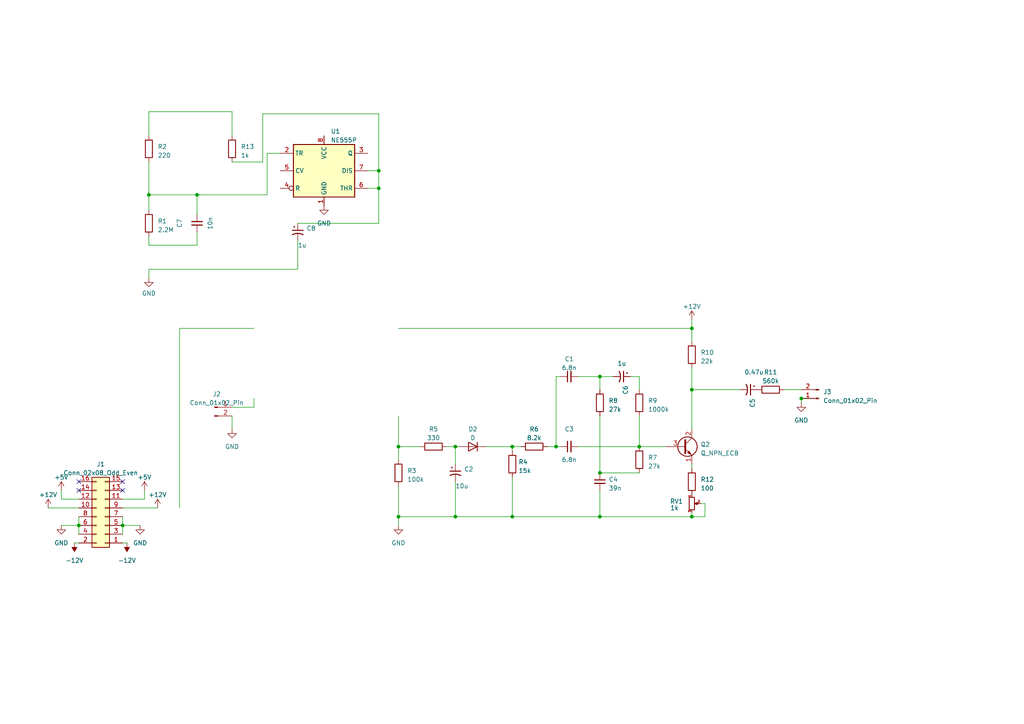
<source format=kicad_sch>
(kicad_sch (version 20230121) (generator eeschema)
  (paper "A4")
  (lib_symbols
    (symbol "Connector:Conn_01x02_Pin" (pin_names (offset 1.016) hide)
      (property "Reference" "J" (at 0 2.54 0))
      (property "Value" "Conn_01x02_Pin" (at 0 -5.08 0))
      (symbol "Conn_01x02_Pin_1_1"
        (polyline (pts (xy 1.27 -2.54) (xy 0.8636 -2.54)) (stroke (width 0.1524)))
        (polyline (pts (xy 1.27 0) (xy 0.8636 0)) (stroke (width 0.1524)))
        (rectangle (start 0.8636 -2.413) (end 0 -2.667) (stroke (width 0.1524)) (fill (type outline)))
        (rectangle (start 0.8636 0.127) (end 0 -0.127) (stroke (width 0.1524)) (fill (type outline)))
        (pin passive line (at 5.08 0 180) (length 3.81) (name "Pin_1") (number "1"))
        (pin passive line (at 5.08 -2.54 180) (length 3.81) (name "Pin_2") (number "2"))
      )
    )
    (symbol "Connector_Generic:Conn_02x08_Odd_Even" (pin_names (offset 1.016) hide)
      (property "Reference" "J" (at 1.27 10.16 0))
      (property "Value" "Conn_02x08_Odd_Even" (at 1.27 -12.7 0))
      (symbol "Conn_02x08_Odd_Even_1_1"
        (rectangle (start -1.27 -10.033) (end 0 -10.287) (stroke (width 0.1524)))
        (rectangle (start -1.27 -7.493) (end 0 -7.747) (stroke (width 0.1524)))
        (rectangle (start -1.27 -4.953) (end 0 -5.207) (stroke (width 0.1524)))
        (rectangle (start -1.27 -2.413) (end 0 -2.667) (stroke (width 0.1524)))
        (rectangle (start -1.27 0.127) (end 0 -0.127) (stroke (width 0.1524)))
        (rectangle (start -1.27 2.667) (end 0 2.413) (stroke (width 0.1524)))
        (rectangle (start -1.27 5.207) (end 0 4.953) (stroke (width 0.1524)))
        (rectangle (start -1.27 7.747) (end 0 7.493) (stroke (width 0.1524)))
        (rectangle (start -1.27 8.89) (end 3.81 -11.43) (stroke (width 0.254)) (fill (type background)))
        (rectangle (start 3.81 -10.033) (end 2.54 -10.287) (stroke (width 0.1524)))
        (rectangle (start 3.81 -7.493) (end 2.54 -7.747) (stroke (width 0.1524)))
        (rectangle (start 3.81 -4.953) (end 2.54 -5.207) (stroke (width 0.1524)))
        (rectangle (start 3.81 -2.413) (end 2.54 -2.667) (stroke (width 0.1524)))
        (rectangle (start 3.81 0.127) (end 2.54 -0.127) (stroke (width 0.1524)))
        (rectangle (start 3.81 2.667) (end 2.54 2.413) (stroke (width 0.1524)))
        (rectangle (start 3.81 5.207) (end 2.54 4.953) (stroke (width 0.1524)))
        (rectangle (start 3.81 7.747) (end 2.54 7.493) (stroke (width 0.1524)))
        (pin passive line (at -5.08 7.62 0) (length 3.81) (name "Pin_1") (number "1"))
        (pin passive line (at 7.62 -2.54 180) (length 3.81) (name "Pin_10") (number "10"))
        (pin passive line (at -5.08 -5.08 0) (length 3.81) (name "Pin_11") (number "11"))
        (pin passive line (at 7.62 -5.08 180) (length 3.81) (name "Pin_12") (number "12"))
        (pin passive line (at -5.08 -7.62 0) (length 3.81) (name "Pin_13") (number "13"))
        (pin passive line (at 7.62 -7.62 180) (length 3.81) (name "Pin_14") (number "14"))
        (pin passive line (at -5.08 -10.16 0) (length 3.81) (name "Pin_15") (number "15"))
        (pin passive line (at 7.62 -10.16 180) (length 3.81) (name "Pin_16") (number "16"))
        (pin passive line (at 7.62 7.62 180) (length 3.81) (name "Pin_2") (number "2"))
        (pin passive line (at -5.08 5.08 0) (length 3.81) (name "Pin_3") (number "3"))
        (pin passive line (at 7.62 5.08 180) (length 3.81) (name "Pin_4") (number "4"))
        (pin passive line (at -5.08 2.54 0) (length 3.81) (name "Pin_5") (number "5"))
        (pin passive line (at 7.62 2.54 180) (length 3.81) (name "Pin_6") (number "6"))
        (pin passive line (at -5.08 0 0) (length 3.81) (name "Pin_7") (number "7"))
        (pin passive line (at 7.62 0 180) (length 3.81) (name "Pin_8") (number "8"))
        (pin passive line (at -5.08 -2.54 0) (length 3.81) (name "Pin_9") (number "9"))
      )
    )
    (symbol "Device:C_Polarized_Small_US" (pin_numbers hide) (pin_names (offset 0.254) hide)
      (property "Reference" "C" (at 0.254 1.778 0))
      (property "Value" "C_Polarized_Small_US" (at 0.254 -2.032 0))
      (symbol "C_Polarized_Small_US_0_1"
        (polyline (pts (xy -1.524 0.508) (xy 1.524 0.508)) (stroke (width 0.3048)))
        (polyline (pts (xy -1.27 1.524) (xy -0.762 1.524)))
        (polyline (pts (xy -1.016 1.27) (xy -1.016 1.778)))
        (arc (start 1.524 -0.762) (mid 0 -0.3734) (end -1.524 -0.762) (stroke (width 0.3048)))
      )
      (symbol "C_Polarized_Small_US_1_1"
        (pin passive line (at 0 2.54 270) (length 2.032) (name "~") (number "1"))
        (pin passive line (at 0 -2.54 90) (length 2.032) (name "~") (number "2"))
      )
    )
    (symbol "Device:C_Small" (pin_numbers hide) (pin_names (offset 0.254) hide)
      (property "Reference" "C" (at 0.254 1.778 0))
      (property "Value" "C_Small" (at 0.254 -2.032 0))
      (symbol "C_Small_0_1"
        (polyline (pts (xy -1.524 -0.508) (xy 1.524 -0.508)) (stroke (width 0.3302)))
        (polyline (pts (xy -1.524 0.508) (xy 1.524 0.508)) (stroke (width 0.3048)))
      )
      (symbol "C_Small_1_1"
        (pin passive line (at 0 2.54 270) (length 2.032) (name "~") (number "1"))
        (pin passive line (at 0 -2.54 90) (length 2.032) (name "~") (number "2"))
      )
    )
    (symbol "Device:D" (pin_numbers hide) (pin_names (offset 1.016) hide)
      (property "Reference" "D" (at 0 2.54 0))
      (property "Value" "D" (at 0 -2.54 0))
      (symbol "D_0_1"
        (polyline (pts (xy -1.27 1.27) (xy -1.27 -1.27)) (stroke (width 0.254)))
        (polyline (pts (xy 1.27 0) (xy -1.27 0)))
        (polyline (pts (xy 1.27 1.27) (xy 1.27 -1.27) (xy -1.27 0) (xy 1.27 1.27)) (stroke (width 0.254)))
      )
      (symbol "D_1_1"
        (pin passive line (at -3.81 0 0) (length 2.54) (name "K") (number "1"))
        (pin passive line (at 3.81 0 180) (length 2.54) (name "A") (number "2"))
      )
    )
    (symbol "Device:Q_NPN_ECB" (pin_names (offset 0) hide)
      (property "Reference" "Q" (at 5.08 1.27 0))
      (property "Value" "Q_NPN_ECB" (at 5.08 -1.27 0))
      (symbol "Q_NPN_ECB_0_1"
        (polyline (pts (xy 0.635 0.635) (xy 2.54 2.54)))
        (polyline (pts (xy 0.635 -0.635) (xy 2.54 -2.54) (xy 2.54 -2.54)))
        (polyline (pts (xy 0.635 1.905) (xy 0.635 -1.905) (xy 0.635 -1.905)) (stroke (width 0.508)))
        (polyline (pts (xy 1.27 -1.778) (xy 1.778 -1.27) (xy 2.286 -2.286) (xy 1.27 -1.778) (xy 1.27 -1.778)) (fill (type outline)))
        (circle (center 1.27 0) (radius 2.8194) (stroke (width 0.254)))
      )
      (symbol "Q_NPN_ECB_1_1"
        (pin passive line (at 2.54 -5.08 90) (length 2.54) (name "E") (number "1"))
        (pin passive line (at 2.54 5.08 270) (length 2.54) (name "C") (number "2"))
        (pin passive line (at -5.08 0 0) (length 5.715) (name "B") (number "3"))
      )
    )
    (symbol "Device:R" (pin_numbers hide) (pin_names (offset 0))
      (property "Reference" "R" (at 2.032 0 90))
      (property "Value" "R" (at 0 0 90))
      (symbol "R_0_1"
        (rectangle (start -1.016 -2.54) (end 1.016 2.54) (stroke (width 0.254)))
      )
      (symbol "R_1_1"
        (pin passive line (at 0 3.81 270) (length 1.27) (name "~") (number "1"))
        (pin passive line (at 0 -3.81 90) (length 1.27) (name "~") (number "2"))
      )
    )
    (symbol "Device:R_Potentiometer_Small" (pin_names (offset 1.016) hide)
      (property "Reference" "RV" (at -4.445 0 90))
      (property "Value" "R_Potentiometer_Small" (at -2.54 0 90))
      (symbol "R_Potentiometer_Small_0_1"
        (polyline (pts (xy 0.889 0) (xy 0.635 0) (xy 1.651 0.381) (xy 1.651 -0.381) (xy 0.635 0) (xy 0.889 0)) (fill (type outline)))
        (rectangle (start 0.762 1.8034) (end -0.762 -1.8034) (stroke (width 0.254)))
      )
      (symbol "R_Potentiometer_Small_1_1"
        (pin passive line (at 0 2.54 270) (length 0.635) (name "1") (number "1"))
        (pin passive line (at 2.54 0 180) (length 0.9906) (name "2") (number "2"))
        (pin passive line (at 0 -2.54 90) (length 0.635) (name "3") (number "3"))
      )
    )
    (symbol "Timer:NE555P"
      (property "Reference" "U" (at -10.16 8.89 0))
      (property "Value" "NE555P" (at 2.54 8.89 0))
      (symbol "NE555P_0_0"
        (pin power_in line (at 0 -10.16 90) (length 2.54) (name "GND") (number "1"))
        (pin power_in line (at 0 10.16 270) (length 2.54) (name "VCC") (number "8"))
      )
      (symbol "NE555P_0_1"
        (rectangle (start -8.89 -7.62) (end 8.89 7.62) (stroke (width 0.254)) (fill (type background)))
        (rectangle (start -8.89 -7.62) (end 8.89 7.62) (stroke (width 0.254)) (fill (type background)))
      )
      (symbol "NE555P_1_1"
        (pin input line (at -12.7 5.08 0) (length 3.81) (name "TR") (number "2"))
        (pin output line (at 12.7 5.08 180) (length 3.81) (name "Q") (number "3"))
        (pin input inverted (at -12.7 -5.08 0) (length 3.81) (name "R") (number "4"))
        (pin input line (at -12.7 0 0) (length 3.81) (name "CV") (number "5"))
        (pin input line (at 12.7 -5.08 180) (length 3.81) (name "THR") (number "6"))
        (pin input line (at 12.7 0 180) (length 3.81) (name "DIS") (number "7"))
      )
    )
    (symbol "power:+12V" (power) (pin_names (offset 0))
      (property "Value" "+12V" (at 0 3.556 0))
      (symbol "+12V_0_1"
        (polyline (pts (xy -0.762 1.27) (xy 0 2.54)))
        (polyline (pts (xy 0 0) (xy 0 2.54)))
        (polyline (pts (xy 0 2.54) (xy 0.762 1.27)))
      )
      (symbol "+12V_1_1"
        (pin power_in line (at 0 0 90) (length 0) hide (name "+12V") (number "1"))
      )
    )
    (symbol "power:+5V" (power) (pin_names (offset 0))
      (property "Value" "+5V" (at 0 3.556 0))
      (symbol "+5V_0_1"
        (polyline (pts (xy -0.762 1.27) (xy 0 2.54)))
        (polyline (pts (xy 0 0) (xy 0 2.54)))
        (polyline (pts (xy 0 2.54) (xy 0.762 1.27)))
      )
      (symbol "+5V_1_1"
        (pin power_in line (at 0 0 90) (length 0) hide (name "+5V") (number "1"))
      )
    )
    (symbol "power:-12V" (power) (pin_names (offset 0))
      (property "Value" "-12V" (at 0 3.81 0))
      (symbol "-12V_0_0"
        (pin power_in line (at 0 0 90) (length 0) hide (name "-12V") (number "1"))
      )
      (symbol "-12V_0_1"
        (polyline (pts (xy 0 0) (xy 0 1.27) (xy 0.762 1.27) (xy 0 2.54) (xy -0.762 1.27) (xy 0 1.27)) (fill (type outline)))
      )
    )
    (symbol "power:GND" (power) (pin_names (offset 0))
      (property "Value" "GND" (at 0 -3.81 0))
      (symbol "GND_0_1"
        (polyline (pts (xy 0 0) (xy 0 -1.27) (xy 1.27 -1.27) (xy 0 -2.54) (xy -1.27 -1.27) (xy 0 -1.27)))
      )
      (symbol "GND_1_1"
        (pin power_in line (at 0 0 270) (length 0) hide (name "GND") (number "1"))
      )
    )
  )
  (junction (at 148.59 129.54))
  (junction (at 115.57 149.86))
  (junction (at 148.59 149.86))
  (junction (at 35.56 152.4))
  (junction (at 115.57 129.54))
  (junction (at 109.855 54.61))
  (junction (at 173.99 109.22))
  (junction (at 109.855 49.53))
  (junction (at 200.66 149.86))
  (junction (at 22.86 152.4))
  (junction (at 173.99 137.16))
  (junction (at 132.08 129.54))
  (junction (at 200.66 113.03))
  (junction (at 200.66 95.25))
  (junction (at 43.18 56.515))
  (junction (at 173.99 149.86))
  (junction (at 232.41 115.57))
  (junction (at 185.42 129.54))
  (junction (at 161.29 129.54))
  (junction (at 132.08 149.86))
  (junction (at 57.15 56.515))
  (no_connect (at 22.86 139.7))
  (no_connect (at 35.56 139.7))
  (no_connect (at 35.56 142.24))
  (no_connect (at 22.86 142.24))
  (wire (pts (xy 43.18 46.99) (xy 43.18 56.515)))
  (wire (pts (xy 234.95 115.57) (xy 232.41 115.57)))
  (wire (pts (xy 203.2 146.05) (xy 204.47 146.05)))
  (wire (pts (xy 43.18 32.385) (xy 67.31 32.385)))
  (wire (pts (xy 132.08 139.7) (xy 132.08 149.86)))
  (wire (pts (xy 22.86 152.4) (xy 22.86 154.94)))
  (wire (pts (xy 173.99 109.22) (xy 177.8 109.22)))
  (wire (pts (xy 140.97 129.54) (xy 148.59 129.54)))
  (wire (pts (xy 77.47 56.515) (xy 77.47 44.45)))
  (wire (pts (xy 148.59 149.86) (xy 173.99 149.86)))
  (wire (pts (xy 109.855 33.02) (xy 109.855 49.53)))
  (wire (pts (xy 148.59 138.43) (xy 148.59 149.86)))
  (wire (pts (xy 73.66 118.11) (xy 73.66 115.57)))
  (wire (pts (xy 17.78 144.78) (xy 22.86 144.78)))
  (wire (pts (xy 21.59 157.48) (xy 22.86 157.48)))
  (wire (pts (xy 115.57 120.65) (xy 115.57 129.54)))
  (wire (pts (xy 13.97 147.32) (xy 22.86 147.32)))
  (wire (pts (xy 173.99 113.03) (xy 173.99 109.22)))
  (wire (pts (xy 173.99 120.65) (xy 173.99 137.16)))
  (wire (pts (xy 132.08 149.86) (xy 148.59 149.86)))
  (wire (pts (xy 132.08 129.54) (xy 133.35 129.54)))
  (wire (pts (xy 161.29 109.22) (xy 162.56 109.22)))
  (wire (pts (xy 86.36 78.105) (xy 43.18 78.105)))
  (wire (pts (xy 158.75 129.54) (xy 161.29 129.54)))
  (wire (pts (xy 115.57 149.86) (xy 115.57 152.4)))
  (wire (pts (xy 77.47 44.45) (xy 81.28 44.45)))
  (wire (pts (xy 185.42 109.22) (xy 185.42 113.03)))
  (wire (pts (xy 57.15 67.31) (xy 57.15 71.12)))
  (wire (pts (xy 200.66 148.59) (xy 200.66 149.86)))
  (wire (pts (xy 161.29 129.54) (xy 162.56 129.54)))
  (wire (pts (xy 200.66 113.03) (xy 214.63 113.03)))
  (wire (pts (xy 115.57 95.25) (xy 200.66 95.25)))
  (wire (pts (xy 35.56 147.32) (xy 45.72 147.32)))
  (wire (pts (xy 173.99 137.16) (xy 185.42 137.16)))
  (wire (pts (xy 109.855 49.53) (xy 109.855 54.61)))
  (wire (pts (xy 167.64 109.22) (xy 173.99 109.22)))
  (wire (pts (xy 67.31 32.385) (xy 67.31 39.37)))
  (wire (pts (xy 148.59 129.54) (xy 151.13 129.54)))
  (wire (pts (xy 57.15 71.12) (xy 43.18 71.12)))
  (wire (pts (xy 22.86 149.86) (xy 22.86 152.4)))
  (wire (pts (xy 200.66 113.03) (xy 200.66 124.46)))
  (wire (pts (xy 43.18 78.105) (xy 43.18 80.645)))
  (wire (pts (xy 200.66 134.62) (xy 200.66 135.89)))
  (wire (pts (xy 76.2 46.99) (xy 76.2 33.02)))
  (wire (pts (xy 76.2 33.02) (xy 109.855 33.02)))
  (wire (pts (xy 43.18 56.515) (xy 43.18 60.96)))
  (wire (pts (xy 17.78 152.4) (xy 22.86 152.4)))
  (wire (pts (xy 57.15 62.23) (xy 57.15 56.515)))
  (wire (pts (xy 52.07 95.25) (xy 73.66 95.25)))
  (wire (pts (xy 109.855 54.61) (xy 109.855 64.77)))
  (wire (pts (xy 35.56 152.4) (xy 40.64 152.4)))
  (wire (pts (xy 115.57 133.35) (xy 115.57 129.54)))
  (wire (pts (xy 43.18 68.58) (xy 43.18 71.12)))
  (wire (pts (xy 204.47 149.86) (xy 204.47 146.05)))
  (wire (pts (xy 132.08 129.54) (xy 132.08 134.62)))
  (wire (pts (xy 200.66 92.71) (xy 200.66 95.25)))
  (wire (pts (xy 86.36 64.77) (xy 109.855 64.77)))
  (wire (pts (xy 148.59 129.54) (xy 148.59 130.81)))
  (wire (pts (xy 52.07 147.32) (xy 52.07 95.25)))
  (wire (pts (xy 129.54 129.54) (xy 132.08 129.54)))
  (wire (pts (xy 200.66 106.68) (xy 200.66 113.03)))
  (wire (pts (xy 200.66 95.25) (xy 200.66 99.06)))
  (wire (pts (xy 106.68 54.61) (xy 109.855 54.61)))
  (wire (pts (xy 227.33 113.03) (xy 232.41 113.03)))
  (wire (pts (xy 41.91 144.78) (xy 41.91 142.24)))
  (wire (pts (xy 35.56 149.86) (xy 35.56 152.4)))
  (wire (pts (xy 57.15 56.515) (xy 77.47 56.515)))
  (wire (pts (xy 35.56 152.4) (xy 35.56 154.94)))
  (wire (pts (xy 86.36 69.85) (xy 86.36 78.105)))
  (wire (pts (xy 35.56 144.78) (xy 41.91 144.78)))
  (wire (pts (xy 167.64 129.54) (xy 185.42 129.54)))
  (wire (pts (xy 109.855 49.53) (xy 106.68 49.53)))
  (wire (pts (xy 67.31 118.11) (xy 73.66 118.11)))
  (wire (pts (xy 185.42 120.65) (xy 185.42 129.54)))
  (wire (pts (xy 43.18 56.515) (xy 57.15 56.515)))
  (wire (pts (xy 115.57 129.54) (xy 121.92 129.54)))
  (wire (pts (xy 35.56 157.48) (xy 36.83 157.48)))
  (wire (pts (xy 232.41 115.57) (xy 232.41 116.84)))
  (wire (pts (xy 115.57 140.97) (xy 115.57 149.86)))
  (wire (pts (xy 185.42 129.54) (xy 193.04 129.54)))
  (wire (pts (xy 17.78 142.24) (xy 17.78 144.78)))
  (wire (pts (xy 67.31 46.99) (xy 76.2 46.99)))
  (wire (pts (xy 182.88 109.22) (xy 185.42 109.22)))
  (wire (pts (xy 161.29 129.54) (xy 161.29 109.22)))
  (wire (pts (xy 200.66 149.86) (xy 204.47 149.86)))
  (wire (pts (xy 173.99 149.86) (xy 200.66 149.86)))
  (wire (pts (xy 43.18 39.37) (xy 43.18 32.385)))
  (wire (pts (xy 173.99 142.24) (xy 173.99 149.86)))
  (wire (pts (xy 115.57 149.86) (xy 132.08 149.86)))
  (wire (pts (xy 67.31 120.65) (xy 67.31 124.46)))
  (symbol (lib_id "Connector_Generic:Conn_02x08_Odd_Even") (at 30.48 149.86 180) (unit 1)
    (property "Reference" "J1" (at 29.21 134.62 0))
    (property "Value" "Conn_02x08_Odd_Even" (at 29.21 137.16 0))
    (property "Footprint" "Connector_IDC:IDC-Header_2x08_P2.54mm_Vertical_SMD" (effects hide))
  )
  (symbol (lib_id "Device:C_Small") (at 165.1 129.54 90) (unit 1)
    (property "Reference" "C3" (at 165.1063 124.46 90))
    (property "Value" "6.8n" (at 165.1 133.35 90))
    (property "Footprint" "Capacitor_SMD:C_1206_3216Metric_Pad1.33x1.80mm_HandSolder" (effects hide))
  )
  (symbol (lib_id "Device:D") (at 137.16 129.54 180) (unit 1)
    (property "Reference" "D2" (at 137.16 124.46 0))
    (property "Value" "D" (at 137.16 127 0))
    (property "Footprint" "Diode_SMD:D_1206_3216Metric_Pad1.42x1.75mm_HandSolder" (effects hide))
    (property "Sim.Device" "D" (effects hide))
    (property "Sim.Pins" "1=K 2=A" (effects hide))
  )
  (symbol (lib_id "Device:R") (at 185.42 116.84 0) (unit 1)
    (property "Reference" "R9" (at 187.96 116.205 0) (effects (justify left)))
    (property "Value" "1000k" (at 187.96 118.745 0) (effects (justify left)))
    (property "Footprint" "Resistor_SMD:R_1206_3216Metric_Pad1.30x1.75mm_HandSolder" (effects hide))
  )
  (symbol (lib_id "Device:C_Polarized_Small_US") (at 132.08 137.16 0) (unit 1)
    (property "Reference" "C2" (at 134.62 136.0932 0) (effects (justify left)))
    (property "Value" "10u" (at 132.08 140.97 0) (effects (justify left)))
    (property "Footprint" "Capacitor_SMD:C_1206_3216Metric_Pad1.33x1.80mm_HandSolder" (effects hide))
  )
  (symbol (lib_id "power:GND") (at 40.64 152.4 0) (unit 1)
    (property "Reference" "#PWR04" (effects hide))
    (property "Value" "GND" (at 40.64 157.48 0))
  )
  (symbol (lib_id "power:-12V") (at 21.59 157.48 180) (unit 1)
    (property "Reference" "#PWR01" (effects hide))
    (property "Value" "-12V" (at 21.59 162.56 0))
  )
  (symbol (lib_id "Device:C_Small") (at 57.15 64.77 180) (unit 1)
    (property "Reference" "C7" (at 52.07 64.7637 90))
    (property "Value" "10n" (at 60.96 64.77 90))
    (property "Footprint" "Capacitor_SMD:C_1206_3216Metric_Pad1.33x1.80mm_HandSolder" (effects hide))
  )
  (symbol (lib_id "Device:C_Small") (at 165.1 109.22 90) (unit 1)
    (property "Reference" "C1" (at 165.1063 104.14 90))
    (property "Value" "6.8n" (at 165.1063 106.68 90))
    (property "Footprint" "Capacitor_SMD:C_1206_3216Metric_Pad1.33x1.80mm_HandSolder" (effects hide))
  )
  (symbol (lib_id "power:GND") (at 232.41 116.84 0) (unit 1)
    (property "Reference" "#PWR011" (effects hide))
    (property "Value" "GND" (at 232.41 121.92 0))
  )
  (symbol (lib_id "Device:R_Potentiometer_Small") (at 200.66 146.05 0) (unit 1)
    (property "Reference" "RV1" (at 198.12 145.415 0) (effects (justify right)))
    (property "Value" "1k" (at 196.85 147.32 0) (effects (justify right)))
    (property "Footprint" "Connector_JST:JST_XH_B3B-XH-A_1x03_P2.50mm_Vertical" (effects hide))
  )
  (symbol (lib_id "power:+12V") (at 13.97 147.32 0) (unit 1)
    (property "Reference" "#PWR06" (effects hide))
    (property "Value" "+12V" (at 13.97 143.51 0))
  )
  (symbol (lib_id "Device:C_Polarized_Small_US") (at 180.34 109.22 270) (unit 1)
    (property "Reference" "C6" (at 181.4068 111.76 0) (effects (justify left)))
    (property "Value" "1u" (at 179.07 105.41 90) (effects (justify left)))
    (property "Footprint" "Capacitor_SMD:C_1206_3216Metric_Pad1.33x1.80mm_HandSolder" (effects hide))
  )
  (symbol (lib_id "Device:R") (at 67.31 43.18 0) (unit 1)
    (property "Reference" "R13" (at 69.85 42.545 0) (effects (justify left)))
    (property "Value" "1k" (at 69.85 45.085 0) (effects (justify left)))
    (property "Footprint" "Resistor_SMD:R_1206_3216Metric_Pad1.30x1.75mm_HandSolder" (effects hide))
  )
  (symbol (lib_id "power:+12V") (at 45.72 147.32 0) (unit 1)
    (property "Reference" "#PWR07" (effects hide))
    (property "Value" "+12V" (at 45.72 143.51 0))
  )
  (symbol (lib_id "Connector:Conn_01x02_Pin") (at 237.49 115.57 180) (unit 1)
    (property "Reference" "J3" (at 238.76 113.665 0) (effects (justify right)))
    (property "Value" "Conn_01x02_Pin" (at 238.76 116.205 0) (effects (justify right)))
    (property "Footprint" "Connector_JST:JST_EH_B2B-EH-A_1x02_P2.50mm_Vertical" (effects hide))
  )
  (symbol (lib_id "Device:R") (at 200.66 102.87 0) (unit 1)
    (property "Reference" "R10" (at 203.2 102.235 0) (effects (justify left)))
    (property "Value" "22k" (at 203.2 104.775 0) (effects (justify left)))
    (property "Footprint" "Resistor_SMD:R_1206_3216Metric_Pad1.30x1.75mm_HandSolder" (effects hide))
  )
  (symbol (lib_id "Device:C_Polarized_Small_US") (at 86.36 67.31 0) (unit 1)
    (property "Reference" "C8" (at 88.9 66.2432 0) (effects (justify left)))
    (property "Value" "1u" (at 86.36 71.12 0) (effects (justify left)))
    (property "Footprint" "Capacitor_SMD:C_1206_3216Metric_Pad1.33x1.80mm_HandSolder" (effects hide))
  )
  (symbol (lib_id "Device:C_Polarized_Small_US") (at 217.17 113.03 270) (unit 1)
    (property "Reference" "C5" (at 218.2368 115.57 0) (effects (justify left)))
    (property "Value" "0.47u" (at 215.9 107.95 90) (effects (justify left)))
    (property "Footprint" "Capacitor_SMD:C_1206_3216Metric_Pad1.33x1.80mm_HandSolder" (effects hide))
  )
  (symbol (lib_id "power:+5V") (at 17.78 142.24 0) (unit 1)
    (property "Reference" "#PWR09" (effects hide))
    (property "Value" "+5V" (at 17.78 138.43 0))
  )
  (symbol (lib_id "Device:R") (at 154.94 129.54 90) (unit 1)
    (property "Reference" "R6" (at 154.94 124.46 90))
    (property "Value" "8.2k" (at 154.94 127 90))
    (property "Footprint" "Resistor_SMD:R_1206_3216Metric_Pad1.30x1.75mm_HandSolder" (effects hide))
  )
  (symbol (lib_id "power:GND") (at 43.18 80.645 0) (unit 1)
    (property "Reference" "#PWR014" (effects hide))
    (property "Value" "GND" (at 43.18 85.09 0))
  )
  (symbol (lib_id "Device:R") (at 125.73 129.54 90) (unit 1)
    (property "Reference" "R5" (at 125.73 124.46 90))
    (property "Value" "330" (at 125.73 127 90))
    (property "Footprint" "Resistor_SMD:R_1206_3216Metric_Pad1.30x1.75mm_HandSolder" (effects hide))
  )
  (symbol (lib_id "Device:C_Small") (at 173.99 139.7 0) (unit 1)
    (property "Reference" "C4" (at 176.53 139.0713 0) (effects (justify left)))
    (property "Value" "39n" (at 176.53 141.6113 0) (effects (justify left)))
    (property "Footprint" "Capacitor_SMD:C_1206_3216Metric_Pad1.33x1.80mm_HandSolder" (effects hide))
  )
  (symbol (lib_id "power:GND") (at 115.57 152.4 0) (unit 1)
    (property "Reference" "#PWR012" (effects hide))
    (property "Value" "GND" (at 115.57 157.48 0))
  )
  (symbol (lib_id "Device:R") (at 223.52 113.03 90) (unit 1)
    (property "Reference" "R11" (at 223.52 107.95 90))
    (property "Value" "560k" (at 223.52 110.49 90))
    (property "Footprint" "Resistor_SMD:R_1206_3216Metric_Pad1.30x1.75mm_HandSolder" (effects hide))
  )
  (symbol (lib_id "power:GND") (at 67.31 124.46 0) (unit 1)
    (property "Reference" "#PWR02" (effects hide))
    (property "Value" "GND" (at 67.31 129.54 0))
  )
  (symbol (lib_id "Device:R") (at 200.66 139.7 0) (unit 1)
    (property "Reference" "R12" (at 203.2 139.065 0) (effects (justify left)))
    (property "Value" "100" (at 203.2 141.605 0) (effects (justify left)))
    (property "Footprint" "Resistor_SMD:R_1206_3216Metric_Pad1.30x1.75mm_HandSolder" (effects hide))
  )
  (symbol (lib_id "power:+5V") (at 41.91 142.24 0) (unit 1)
    (property "Reference" "#PWR08" (effects hide))
    (property "Value" "+5V" (at 41.91 138.43 0))
  )
  (symbol (lib_id "Timer:NE555P") (at 93.98 49.53 0) (unit 1)
    (property "Reference" "U1" (at 95.9359 38.1 0) (effects (justify left)))
    (property "Value" "NE555P" (at 95.9359 40.64 0) (effects (justify left)))
    (property "Footprint" "Package_DIP:DIP-8_W7.62mm" (effects hide))
    (property "Datasheet" "http://www.ti.com/lit/ds/symlink/ne555.pdf" (effects hide))
  )
  (symbol (lib_id "Device:R") (at 185.42 133.35 0) (unit 1)
    (property "Reference" "R7" (at 187.96 132.715 0) (effects (justify left)))
    (property "Value" "27k" (at 187.96 135.255 0) (effects (justify left)))
    (property "Footprint" "Resistor_SMD:R_1206_3216Metric_Pad1.30x1.75mm_HandSolder" (effects hide))
  )
  (symbol (lib_id "power:-12V") (at 36.83 157.48 180) (unit 1)
    (property "Reference" "#PWR03" (effects hide))
    (property "Value" "-12V" (at 36.83 162.56 0))
  )
  (symbol (lib_id "power:+12V") (at 200.66 92.71 0) (unit 1)
    (property "Reference" "#PWR010" (effects hide))
    (property "Value" "+12V" (at 200.66 88.9 0))
  )
  (symbol (lib_id "Device:R") (at 43.18 64.77 0) (unit 1)
    (property "Reference" "R1" (at 45.72 64.135 0) (effects (justify left)))
    (property "Value" "2.2M" (at 45.72 66.675 0) (effects (justify left)))
    (property "Footprint" "Resistor_SMD:R_1206_3216Metric_Pad1.30x1.75mm_HandSolder" (effects hide))
  )
  (symbol (lib_id "power:GND") (at 93.98 59.69 0) (unit 1)
    (property "Reference" "#PWR013" (effects hide))
    (property "Value" "GND" (at 93.98 64.77 0))
  )
  (symbol (lib_id "Device:R") (at 115.57 137.16 0) (unit 1)
    (property "Reference" "R3" (at 118.11 136.525 0) (effects (justify left)))
    (property "Value" "100k" (at 118.11 139.065 0) (effects (justify left)))
    (property "Footprint" "Resistor_SMD:R_1206_3216Metric_Pad1.30x1.75mm_HandSolder" (effects hide))
  )
  (symbol (lib_id "Device:R") (at 43.18 43.18 0) (unit 1)
    (property "Reference" "R2" (at 45.72 42.545 0) (effects (justify left)))
    (property "Value" "220" (at 45.72 45.085 0) (effects (justify left)))
    (property "Footprint" "Resistor_SMD:R_1206_3216Metric_Pad1.30x1.75mm_HandSolder" (effects hide))
  )
  (symbol (lib_id "Connector:Conn_01x02_Pin") (at 62.23 118.11 0) (unit 1)
    (property "Reference" "J2" (at 62.865 114.3 0))
    (property "Value" "Conn_01x02_Pin" (at 62.865 116.84 0))
    (property "Footprint" "Connector_JST:JST_EH_B2B-EH-A_1x02_P2.50mm_Vertical" (effects hide))
  )
  (symbol (lib_id "Device:Q_NPN_ECB") (at 198.12 129.54 0) (unit 1)
    (property "Reference" "Q2" (at 203.2 128.905 0) (effects (justify left)))
    (property "Value" "Q_NPN_ECB" (at 203.2 131.445 0) (effects (justify left)))
    (property "Footprint" "Package_TO_SOT_SMD:SOT-23-3" (effects hide))
  )
  (symbol (lib_id "power:GND") (at 17.78 152.4 0) (unit 1)
    (property "Reference" "#PWR05" (effects hide))
    (property "Value" "GND" (at 17.78 157.48 0))
  )
  (symbol (lib_id "Device:R") (at 173.99 116.84 0) (unit 1)
    (property "Reference" "R8" (at 176.53 116.205 0) (effects (justify left)))
    (property "Value" "27k" (at 176.53 118.745 0) (effects (justify left)))
    (property "Footprint" "Resistor_SMD:R_1206_3216Metric_Pad1.30x1.75mm_HandSolder" (effects hide))
  )
  (symbol (lib_id "Device:R") (at 148.59 134.62 0) (unit 1)
    (property "Reference" "R4" (at 150.378 133.985 0) (effects (justify left)))
    (property "Value" "15k" (at 150.378 136.525 0) (effects (justify left)))
    (property "Footprint" "Resistor_SMD:R_1206_3216Metric_Pad1.30x1.75mm_HandSolder" (effects hide))
  )
)
</source>
